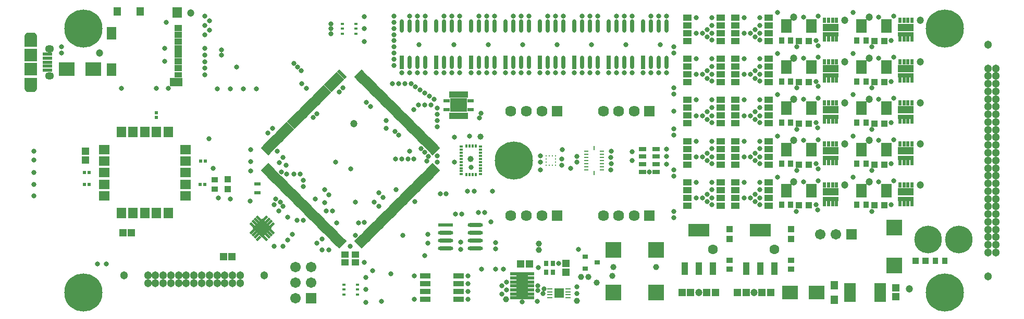
<source format=gbr>
%TF.GenerationSoftware,Altium Limited,Altium Designer,22.4.2 (48)*%
G04 Layer_Color=8388736*
%FSLAX45Y45*%
%MOMM*%
%TF.SameCoordinates,DD45EC1B-027E-4741-A071-7A00BA1CB46E*%
%TF.FilePolarity,Negative*%
%TF.FileFunction,Soldermask,Top*%
%TF.Part,Single*%
G01*
G75*
%TA.AperFunction,SMDPad,CuDef*%
%ADD18R,1.78000X2.16000*%
%ADD21R,0.80000X0.90000*%
G04:AMPARAMS|DCode=22|XSize=0.85mm|YSize=0.25mm|CornerRadius=0.125mm|HoleSize=0mm|Usage=FLASHONLY|Rotation=0.000|XOffset=0mm|YOffset=0mm|HoleType=Round|Shape=RoundedRectangle|*
%AMROUNDEDRECTD22*
21,1,0.85000,0.00000,0,0,0.0*
21,1,0.60000,0.25000,0,0,0.0*
1,1,0.25000,0.30000,0.00000*
1,1,0.25000,-0.30000,0.00000*
1,1,0.25000,-0.30000,0.00000*
1,1,0.25000,0.30000,0.00000*
%
%ADD22ROUNDEDRECTD22*%
%ADD23R,1.50000X1.60000*%
G04:AMPARAMS|DCode=28|XSize=2.46916mm|YSize=0.62213mm|CornerRadius=0.31107mm|HoleSize=0mm|Usage=FLASHONLY|Rotation=0.000|XOffset=0mm|YOffset=0mm|HoleType=Round|Shape=RoundedRectangle|*
%AMROUNDEDRECTD28*
21,1,2.46916,0.00000,0,0,0.0*
21,1,1.84702,0.62213,0,0,0.0*
1,1,0.62213,0.92351,0.00000*
1,1,0.62213,-0.92351,0.00000*
1,1,0.62213,-0.92351,0.00000*
1,1,0.62213,0.92351,0.00000*
%
%ADD28ROUNDEDRECTD28*%
%ADD29R,2.46916X0.62213*%
%ADD31R,1.10000X0.60000*%
%ADD34R,0.51535X0.47247*%
%ADD35R,0.60000X0.40000*%
%ADD37R,0.47247X0.51535*%
%ADD40R,2.50000X2.30000*%
%ADD45R,0.90000X0.80000*%
%ADD46R,2.50000X2.50000*%
%ADD48R,1.95580X3.14960*%
%ADD54R,1.50000X1.80000*%
%ADD55R,1.80000X1.50000*%
%ADD57R,1.20000X1.00000*%
%ADD58R,0.67500X0.25000*%
%ADD59R,0.25000X0.67500*%
%ADD63R,0.25000X0.27500*%
%ADD64R,0.27500X0.25000*%
%TA.AperFunction,ViaPad*%
%ADD89C,0.50000*%
%TA.AperFunction,SMDPad,CuDef*%
%ADD97R,0.90320X1.10320*%
%ADD99R,1.30320X1.25320*%
%ADD100R,1.10320X0.90320*%
%ADD102R,1.25320X1.30320*%
%TA.AperFunction,ComponentPad*%
%ADD104R,1.70320X1.70320*%
%ADD105C,4.50320*%
%ADD106C,1.30320*%
%ADD107C,1.79320*%
%ADD108R,1.79320X1.79320*%
%ADD109C,1.70320*%
%ADD110O,1.45320X1.25320*%
%ADD111O,2.10320X1.40320*%
%ADD112R,1.70320X1.70320*%
%TA.AperFunction,ViaPad*%
%ADD113C,0.80320*%
%ADD114C,1.20320*%
%ADD115C,1.00320*%
%ADD116C,6.20320*%
%ADD117C,1.60320*%
%TA.AperFunction,NonConductor*%
%ADD130R,0.52497X0.40000*%
%ADD131R,0.52497X0.40005*%
%ADD132R,0.52502X0.40000*%
%ADD133R,0.52502X0.40005*%
%ADD134R,0.29997X0.52497*%
%ADD135R,0.30002X0.52497*%
%ADD136R,0.30002X0.52502*%
%ADD137R,0.29997X0.52502*%
%TA.AperFunction,SMDPad,CuDef*%
%ADD138R,1.72820X0.85320*%
%ADD139R,2.65320X2.55320*%
%ADD140R,1.85320X4.45320*%
%ADD141R,1.05320X0.55320*%
G04:AMPARAMS|DCode=142|XSize=0.5032mm|YSize=1.7032mm|CornerRadius=0mm|HoleSize=0mm|Usage=FLASHONLY|Rotation=315.000|XOffset=0mm|YOffset=0mm|HoleType=Round|Shape=Rectangle|*
%AMROTATEDRECTD142*
4,1,4,-0.78008,-0.42426,0.42426,0.78008,0.78008,0.42426,-0.42426,-0.78008,-0.78008,-0.42426,0.0*
%
%ADD142ROTATEDRECTD142*%

%ADD143R,1.30320X0.80320*%
%ADD144R,1.00320X1.00320*%
%ADD145R,1.10320X2.05320*%
%ADD146R,3.40320X2.05320*%
%ADD147R,1.00320X1.00320*%
%ADD148O,0.70320X2.20320*%
%ADD149R,0.70320X2.20320*%
%ADD150R,1.20320X1.35320*%
%ADD151R,1.34320X1.11320*%
%ADD152R,0.60960X0.88900*%
%ADD153R,2.64160X0.76200*%
%ADD154R,2.64160X1.24460*%
%TA.AperFunction,ConnectorPad*%
%ADD155R,1.55320X0.60320*%
%TA.AperFunction,SMDPad,CuDef*%
G04:AMPARAMS|DCode=156|XSize=0.5032mm|YSize=1.7032mm|CornerRadius=0mm|HoleSize=0mm|Usage=FLASHONLY|Rotation=45.000|XOffset=0mm|YOffset=0mm|HoleType=Round|Shape=Rectangle|*
%AMROTATEDRECTD156*
4,1,4,0.42426,-0.78008,-0.78008,0.42426,-0.42426,0.78008,0.78008,-0.42426,0.42426,-0.78008,0.0*
%
%ADD156ROTATEDRECTD156*%

%ADD157R,1.05320X0.48320*%
%ADD158R,0.48320X1.05320*%
%ADD159R,2.75320X2.25320*%
%TA.AperFunction,ConnectorPad*%
%ADD160R,1.55320X2.10320*%
%ADD161R,1.20320X1.40320*%
%ADD162R,1.55320X1.75320*%
%ADD163R,1.30320X1.05320*%
%ADD164R,1.30320X0.95320*%
%ADD165R,2.00320X1.37320*%
%ADD166R,2.10320X2.00320*%
%TA.AperFunction,SMDPad,CuDef*%
%ADD167P,3.11580X4X180.0*%
G04:AMPARAMS|DCode=168|XSize=0.8532mm|YSize=0.4532mm|CornerRadius=0mm|HoleSize=0mm|Usage=FLASHONLY|Rotation=135.000|XOffset=0mm|YOffset=0mm|HoleType=Round|Shape=Rectangle|*
%AMROTATEDRECTD168*
4,1,4,0.46188,-0.14142,0.14142,-0.46188,-0.46188,0.14142,-0.14142,0.46188,0.46188,-0.14142,0.0*
%
%ADD168ROTATEDRECTD168*%

G04:AMPARAMS|DCode=169|XSize=0.8532mm|YSize=0.4532mm|CornerRadius=0mm|HoleSize=0mm|Usage=FLASHONLY|Rotation=45.000|XOffset=0mm|YOffset=0mm|HoleType=Round|Shape=Rectangle|*
%AMROTATEDRECTD169*
4,1,4,-0.14142,-0.46188,-0.46188,-0.14142,0.14142,0.46188,0.46188,0.14142,-0.14142,-0.46188,0.0*
%
%ADD169ROTATEDRECTD169*%

%TA.AperFunction,Conductor*%
%ADD170R,2.10317X1.77820*%
D18*
X14647501Y5690000D02*
D03*
X13422499Y5690002D02*
D03*
X14647502Y5020002D02*
D03*
X13422501D02*
D03*
X14647499Y4350002D02*
D03*
X13422501D02*
D03*
X13422499Y3680002D02*
D03*
X14647501Y3010002D02*
D03*
X13422501D02*
D03*
X14647501Y3680002D02*
D03*
X13827498Y3010002D02*
D03*
X15052499Y5690000D02*
D03*
X13827499Y4350002D02*
D03*
X13827502Y3680002D02*
D03*
X13827498Y5020002D02*
D03*
X13827502Y5690002D02*
D03*
X15052498Y3680002D02*
D03*
X15052502Y4350002D02*
D03*
X15052499Y3010002D02*
D03*
X15052499Y5020002D02*
D03*
D21*
X9630002Y1680001D02*
D03*
Y1820001D02*
D03*
X9520002D02*
D03*
Y1680001D02*
D03*
D22*
X9585002Y1410001D02*
D03*
Y1360001D02*
D03*
Y1310001D02*
D03*
Y1260001D02*
D03*
X9875002D02*
D03*
Y1310001D02*
D03*
Y1360001D02*
D03*
Y1410001D02*
D03*
D23*
X9730002Y1335001D02*
D03*
D28*
X8371360Y2450500D02*
D03*
Y2323500D02*
D03*
Y2196500D02*
D03*
Y2069500D02*
D03*
X7888640D02*
D03*
Y2196500D02*
D03*
Y2323500D02*
D03*
D29*
Y2450500D02*
D03*
D31*
X4830001Y3115002D02*
D03*
Y2974997D02*
D03*
D34*
X2022144Y3110000D02*
D03*
X2097856D02*
D03*
X3977856D02*
D03*
X3902144D02*
D03*
X2097856Y3300000D02*
D03*
X2022144D02*
D03*
X3905000Y3490000D02*
D03*
X3980713D02*
D03*
D35*
X6235000Y1315000D02*
D03*
Y1395000D02*
D03*
Y1475000D02*
D03*
X6455000D02*
D03*
Y1395000D02*
D03*
Y1315000D02*
D03*
X6210000Y5565000D02*
D03*
Y5645000D02*
D03*
X6210000Y5725000D02*
D03*
X6430000D02*
D03*
Y5645000D02*
D03*
Y5565000D02*
D03*
D37*
X3190000Y4202143D02*
D03*
Y4277856D02*
D03*
D40*
X13485001Y1350000D02*
D03*
X13914998D02*
D03*
X1730000Y4990000D02*
D03*
X2160000D02*
D03*
D45*
X10154998Y1930001D02*
D03*
Y1739999D02*
D03*
X10355003Y1835000D02*
D03*
D46*
X11310001Y1345001D02*
D03*
X11310001Y2044999D02*
D03*
X10610002Y1345001D02*
D03*
Y2044999D02*
D03*
D48*
X14454892Y1349999D02*
D03*
X14945113D02*
D03*
D54*
X2620000Y2639999D02*
D03*
X2810002D02*
D03*
X2999999D02*
D03*
X3190001D02*
D03*
X3379998D02*
D03*
Y3960001D02*
D03*
X3190001D02*
D03*
X2999999D02*
D03*
X2810002D02*
D03*
X2620000D02*
D03*
D55*
X3659998Y2919998D02*
D03*
Y3110001D02*
D03*
Y3299998D02*
D03*
Y3490000D02*
D03*
Y3680002D02*
D03*
X2340000D02*
D03*
Y3490000D02*
D03*
Y3299998D02*
D03*
Y3110001D02*
D03*
Y2919998D02*
D03*
D57*
X6255002Y1835001D02*
D03*
X6424999D02*
D03*
Y1964998D02*
D03*
X6255002D02*
D03*
D58*
X10426251Y3650000D02*
D03*
Y3600002D02*
D03*
Y3550000D02*
D03*
Y3500002D02*
D03*
Y3450000D02*
D03*
Y3400003D02*
D03*
Y3350000D02*
D03*
X10173750D02*
D03*
Y3400003D02*
D03*
Y3450000D02*
D03*
Y3500002D02*
D03*
Y3550000D02*
D03*
Y3600002D02*
D03*
Y3650000D02*
D03*
D59*
X10299998Y3298748D02*
D03*
Y3701252D02*
D03*
D63*
X9575000Y3576249D02*
D03*
X9624998D02*
D03*
Y3423748D02*
D03*
X9575000D02*
D03*
D64*
X9676250Y3575000D02*
D03*
Y3525002D02*
D03*
Y3475000D02*
D03*
Y3425003D02*
D03*
X9523748D02*
D03*
Y3475000D02*
D03*
Y3525002D02*
D03*
Y3575000D02*
D03*
D89*
X9680002Y1385001D02*
D03*
X9780002D02*
D03*
X9680002Y1285001D02*
D03*
X9780002D02*
D03*
D97*
X14570000Y5455000D02*
D03*
X13344998Y5455001D02*
D03*
X14569998Y4785001D02*
D03*
X13345004D02*
D03*
X14569998Y4115001D02*
D03*
X13344998D02*
D03*
Y3445001D02*
D03*
X14569998Y2775001D02*
D03*
X13345004D02*
D03*
X16000002Y1865000D02*
D03*
X14570003Y3445001D02*
D03*
X15849998Y1865000D02*
D03*
X13495001Y2775001D02*
D03*
X14720000Y5455000D02*
D03*
X13494997Y4115001D02*
D03*
X13495001Y3445001D02*
D03*
Y4785001D02*
D03*
Y5455001D02*
D03*
X14720001Y3445001D02*
D03*
Y4115001D02*
D03*
X14719995Y2775001D02*
D03*
X14720001Y4785001D02*
D03*
D99*
X9845002Y1820001D02*
D03*
Y1680001D02*
D03*
X2035000Y3510000D02*
D03*
Y3650000D02*
D03*
X15200002Y1419998D02*
D03*
Y1279999D02*
D03*
D100*
X4135000Y3185000D02*
D03*
Y3035000D02*
D03*
X13499998Y1875001D02*
D03*
Y1724999D02*
D03*
X12500000Y1875001D02*
D03*
Y1724999D02*
D03*
D102*
X9110002Y1815001D02*
D03*
X9250002D02*
D03*
X2785000Y2320000D02*
D03*
X2645000D02*
D03*
X4280000Y1935000D02*
D03*
X4420000D02*
D03*
X11730002Y1350000D02*
D03*
X12630002Y1349999D02*
D03*
X13169998Y1349999D02*
D03*
X13029999D02*
D03*
X11870001Y1350000D02*
D03*
X12269998Y1349999D02*
D03*
X12129999D02*
D03*
X12770001Y1349999D02*
D03*
D104*
X14480000Y2300000D02*
D03*
D105*
X15724995Y2210000D02*
D03*
X16225000Y2210000D02*
D03*
D106*
X16700000Y4875000D02*
D03*
X16825000D02*
D03*
X16700000Y4625000D02*
D03*
X16825000D02*
D03*
X16700000Y4375000D02*
D03*
X16825000D02*
D03*
X16700000Y4125000D02*
D03*
X16825000D02*
D03*
X16700000Y3875000D02*
D03*
X16825000D02*
D03*
X16700000Y3625000D02*
D03*
X16825000D02*
D03*
X16700000Y3375000D02*
D03*
X16825000D02*
D03*
X16700000Y3125000D02*
D03*
X16825000D02*
D03*
X16700000Y2875000D02*
D03*
X16825000D02*
D03*
X16700000Y2625000D02*
D03*
X16825000D02*
D03*
X2660000Y1625000D02*
D03*
X4940001Y1625000D02*
D03*
X3050001Y1500001D02*
D03*
X3175000D02*
D03*
X3299998D02*
D03*
X3425002D02*
D03*
X3550001D02*
D03*
X3674999D02*
D03*
X3800003D02*
D03*
X3925001D02*
D03*
X4050000D02*
D03*
X4174998D02*
D03*
X4300002D02*
D03*
X4425000D02*
D03*
X4549998D02*
D03*
X3050002Y1625000D02*
D03*
X3175000D02*
D03*
X3299998D02*
D03*
X3425002D02*
D03*
X3550000D02*
D03*
X3674999D02*
D03*
X3800003D02*
D03*
X3925001D02*
D03*
X4050000D02*
D03*
X4174998D02*
D03*
X4300002D02*
D03*
X4425000D02*
D03*
X4549999D02*
D03*
X16700000Y2500000D02*
D03*
X16825000Y2375000D02*
D03*
Y2500000D02*
D03*
X16700000Y2250000D02*
D03*
X16825000D02*
D03*
X16700000Y2125000D02*
D03*
X16825000D02*
D03*
X16700000Y2375000D02*
D03*
Y2000000D02*
D03*
X16825000D02*
D03*
X16700000Y1610000D02*
D03*
Y5390000D02*
D03*
X16825000Y2750000D02*
D03*
Y3000000D02*
D03*
Y3250000D02*
D03*
Y3500000D02*
D03*
Y3750000D02*
D03*
Y4000000D02*
D03*
Y4250000D02*
D03*
Y4500000D02*
D03*
Y4750000D02*
D03*
Y5000000D02*
D03*
X16700000Y2750000D02*
D03*
Y3000000D02*
D03*
Y3250000D02*
D03*
Y3500000D02*
D03*
Y3750000D02*
D03*
Y4000000D02*
D03*
Y4250000D02*
D03*
Y4500000D02*
D03*
Y4750000D02*
D03*
Y5000000D02*
D03*
D107*
X8949998Y4299999D02*
D03*
X9200000D02*
D03*
X9450002D02*
D03*
X10949999Y2600001D02*
D03*
X10699997D02*
D03*
X10450000D02*
D03*
X10950002Y4300002D02*
D03*
X10700000D02*
D03*
X10449998D02*
D03*
X8949998Y2599999D02*
D03*
X9200000D02*
D03*
X9450002D02*
D03*
D108*
X9699999Y4299999D02*
D03*
X11200001Y2600001D02*
D03*
X11199999Y4300001D02*
D03*
X9699999Y2599999D02*
D03*
D109*
X13972000Y2300000D02*
D03*
X14225999D02*
D03*
X5451000Y1251000D02*
D03*
X5705000Y1505000D02*
D03*
X5451000D02*
D03*
X5705000Y1759000D02*
D03*
X5451000D02*
D03*
D110*
X1450000Y5322500D02*
D03*
Y4877497D02*
D03*
D111*
X1150001Y4682502D02*
D03*
X1150001Y5517501D02*
D03*
D112*
X5705000Y1251000D02*
D03*
D113*
X7380000Y1240491D02*
D03*
Y1621491D02*
D03*
X5990000Y2940000D02*
D03*
X5925858Y2810000D02*
D03*
X10050000Y2050000D02*
D03*
X10020000Y1440000D02*
D03*
Y1330000D02*
D03*
X9727502Y1822502D02*
D03*
X8620000Y2500000D02*
D03*
X8700000Y2160000D02*
D03*
Y2060000D02*
D03*
X9135002Y1199050D02*
D03*
X9380002Y1205001D02*
D03*
X9385002Y1460001D02*
D03*
Y1380001D02*
D03*
X9395000Y1755000D02*
D03*
X9470002Y1330001D02*
D03*
X9485002Y1410001D02*
D03*
X8800002Y1325001D02*
D03*
X8880002Y1390002D02*
D03*
X8800002Y1455001D02*
D03*
X8880002Y1520002D02*
D03*
X8700000Y1725000D02*
D03*
X8825000D02*
D03*
X7600000Y2150000D02*
D03*
Y2300000D02*
D03*
X7195000Y2278661D02*
D03*
X6700000Y1700000D02*
D03*
X5880000Y2040000D02*
D03*
X5990000D02*
D03*
X6118446Y2485000D02*
D03*
X5800000Y2150000D02*
D03*
X5880000Y2220000D02*
D03*
X8130000Y2050000D02*
D03*
Y2170000D02*
D03*
X5475000Y2525000D02*
D03*
X5575000D02*
D03*
X8050000Y2625000D02*
D03*
X6050000Y2675000D02*
D03*
X8650000Y3000000D02*
D03*
X5950000Y2675000D02*
D03*
X5770000Y2870000D02*
D03*
X4050000Y5775000D02*
D03*
X3975000Y5700000D02*
D03*
X4050000Y5625000D02*
D03*
X7300000Y3650000D02*
D03*
X9920000Y3370000D02*
D03*
X11475000Y3687501D02*
D03*
Y3562498D02*
D03*
Y3437499D02*
D03*
X10580000Y3450000D02*
D03*
X10920000Y3500000D02*
D03*
Y3640000D02*
D03*
X10020000Y3570000D02*
D03*
Y3470000D02*
D03*
X3350000Y5750000D02*
D03*
X9425000Y3350000D02*
D03*
X8150000Y2625000D02*
D03*
X2235000Y1815000D02*
D03*
X2375000D02*
D03*
X7550000Y1950000D02*
D03*
X6925000Y4025000D02*
D03*
Y4150000D02*
D03*
X5575000Y3075000D02*
D03*
Y3175000D02*
D03*
X7000000Y1650000D02*
D03*
X6850000Y1200000D02*
D03*
X7375000Y4325000D02*
D03*
X7450000Y4400000D02*
D03*
X7550000D02*
D03*
X7650000D02*
D03*
X4495000Y5025000D02*
D03*
X4180000Y4670000D02*
D03*
X4390000D02*
D03*
X4600000D02*
D03*
X4810000D02*
D03*
X11595000Y3915000D02*
D03*
X12209999Y5570000D02*
D03*
X5925000Y3025000D02*
D03*
X4715000Y2840000D02*
D03*
X4390000Y2875000D02*
D03*
X4200000Y2890000D02*
D03*
X4110000Y3370000D02*
D03*
X4045000Y3850000D02*
D03*
X5125000Y2875000D02*
D03*
X5220000Y3315000D02*
D03*
X5000000Y3950000D02*
D03*
X5075000Y4025000D02*
D03*
X5300000Y3425000D02*
D03*
X5190000Y3465000D02*
D03*
X5525000Y3275000D02*
D03*
X5425000D02*
D03*
X6800000Y2975000D02*
D03*
X6875000Y2900000D02*
D03*
X7390000Y2830000D02*
D03*
X7085000Y3020000D02*
D03*
X5625000Y4675000D02*
D03*
X5550000Y4750000D02*
D03*
X11600000Y4300001D02*
D03*
X8245000Y3000000D02*
D03*
X8350000D02*
D03*
X8425000Y2650000D02*
D03*
X8525000D02*
D03*
X6570000Y2487300D02*
D03*
X6475000Y2485000D02*
D03*
X6420000Y2275000D02*
D03*
X7750000Y4150000D02*
D03*
Y4050000D02*
D03*
Y4250000D02*
D03*
X7900000Y2955000D02*
D03*
X7800000D02*
D03*
X12839998Y2890000D02*
D03*
X11600000Y3245000D02*
D03*
X7175000Y3525000D02*
D03*
X7075000D02*
D03*
X7275000D02*
D03*
X7375000D02*
D03*
X8475000Y1725000D02*
D03*
X15170000Y3170000D02*
D03*
X7992997Y4930001D02*
D03*
X7865997D02*
D03*
X8119997D02*
D03*
X7475000Y4650000D02*
D03*
X7225000Y4750000D02*
D03*
X7125000D02*
D03*
X7178998Y4930001D02*
D03*
X11960059Y5154931D02*
D03*
X12209999Y5155000D02*
D03*
X11959999Y5825000D02*
D03*
X12209999D02*
D03*
Y5700000D02*
D03*
X6800000Y2750000D02*
D03*
X7750000Y3575000D02*
D03*
Y3475000D02*
D03*
X12209999Y3145000D02*
D03*
Y3020000D02*
D03*
X7700000Y4500000D02*
D03*
X7625000Y4550000D02*
D03*
X7550000Y4600000D02*
D03*
X7400000Y4700000D02*
D03*
X7325000Y4750000D02*
D03*
X7750000Y4350000D02*
D03*
X7025000Y4750000D02*
D03*
X7050000Y5050000D02*
D03*
Y5150000D02*
D03*
X7460000Y5385000D02*
D03*
X9140000D02*
D03*
X7050000Y5250000D02*
D03*
X11600000Y4585000D02*
D03*
X7050000Y5350000D02*
D03*
Y5450000D02*
D03*
X11098997Y4930001D02*
D03*
X7050000Y5550000D02*
D03*
Y5650000D02*
D03*
Y5750000D02*
D03*
X1200000Y3510000D02*
D03*
X7559998Y5854998D02*
D03*
X7305998D02*
D03*
X8030000Y3880000D02*
D03*
X8035000Y3470000D02*
D03*
X8985997Y5854998D02*
D03*
X7050000Y5850000D02*
D03*
X12989998Y5570000D02*
D03*
X12989999Y5460000D02*
D03*
X12739998Y5825000D02*
D03*
X11600000Y3345000D02*
D03*
X12989998Y3145000D02*
D03*
X6025000Y5565000D02*
D03*
Y5645000D02*
D03*
Y5725000D02*
D03*
X5545000Y4960000D02*
D03*
X5485000Y5020000D02*
D03*
X5425000Y5080000D02*
D03*
X7865997Y5854998D02*
D03*
X11225997D02*
D03*
X7992997D02*
D03*
X11352997D02*
D03*
Y4930001D02*
D03*
X9545997Y5854998D02*
D03*
X10919997D02*
D03*
X10105997D02*
D03*
X10665997D02*
D03*
X11595000Y2570000D02*
D03*
Y2670000D02*
D03*
Y4015000D02*
D03*
X11600000Y4685000D02*
D03*
X13935001Y2690000D02*
D03*
X13939999Y3365000D02*
D03*
X13935001Y4035000D02*
D03*
X13939999Y4705000D02*
D03*
X11600000Y5250000D02*
D03*
Y5350000D02*
D03*
X14510001Y5240000D02*
D03*
X13939999Y5370000D02*
D03*
X7124491Y3913275D02*
D03*
X7610000Y3570000D02*
D03*
X7550000Y3630000D02*
D03*
X7580000Y3490000D02*
D03*
X8460000Y4270000D02*
D03*
X7490000Y3690000D02*
D03*
X8440000Y4190000D02*
D03*
X5400000Y2300000D02*
D03*
X10575000Y3350000D02*
D03*
Y3550000D02*
D03*
X10580000Y3650000D02*
D03*
X9780000Y3675000D02*
D03*
X9425000Y3575000D02*
D03*
X9775000Y3525000D02*
D03*
X9425000Y3475000D02*
D03*
X9775000Y3425000D02*
D03*
X8255000Y1621491D02*
D03*
Y1494491D02*
D03*
Y1240491D02*
D03*
Y1367491D02*
D03*
X1650000Y5250000D02*
D03*
X3975000Y5215000D02*
D03*
X4250000Y5220000D02*
D03*
Y5305000D02*
D03*
X6725000Y2825000D02*
D03*
X8300000Y3390000D02*
D03*
X8274998Y3900000D02*
D03*
X3325000Y5111249D02*
D03*
Y5331249D02*
D03*
X3975000Y4896248D02*
D03*
Y5105000D02*
D03*
Y5330000D02*
D03*
Y5550000D02*
D03*
Y5001252D02*
D03*
Y5850000D02*
D03*
X5305000Y3280000D02*
D03*
X5325000Y2575000D02*
D03*
Y2200000D02*
D03*
X5250000Y2100000D02*
D03*
X5100000D02*
D03*
X5250000Y2750000D02*
D03*
X5200000Y2825000D02*
D03*
X5175000Y2675000D02*
D03*
X5100000Y2775000D02*
D03*
X6425000Y2825000D02*
D03*
X4725000Y3325000D02*
D03*
Y3480000D02*
D03*
Y3675000D02*
D03*
X3379998Y4675000D02*
D03*
X3190000D02*
D03*
X2620000D02*
D03*
X1200000Y3650000D02*
D03*
Y3300000D02*
D03*
Y3110000D02*
D03*
Y2925000D02*
D03*
X6600000Y4450000D02*
D03*
X6345000Y3360000D02*
D03*
X6100000Y3475000D02*
D03*
X5250000Y3550000D02*
D03*
X5155000Y3650000D02*
D03*
X6160000Y4620000D02*
D03*
X5740000Y4200000D02*
D03*
X6669950Y4380000D02*
D03*
X5800000Y4260000D02*
D03*
X6220000Y4680000D02*
D03*
X7065000Y3975000D02*
D03*
X14924805Y5835195D02*
D03*
X12989998Y5700000D02*
D03*
X15170000Y5850000D02*
D03*
X15130000Y5455000D02*
D03*
X12989998Y5825000D02*
D03*
X14510001Y5910000D02*
D03*
X14814999Y5350000D02*
D03*
X13700000Y5835000D02*
D03*
X13945000Y5850000D02*
D03*
X12210000Y5460000D02*
D03*
X13905000Y5455000D02*
D03*
X13285001Y5910000D02*
D03*
X13590096Y5350394D02*
D03*
X14925000Y5165000D02*
D03*
X12989998Y5030000D02*
D03*
X15170000Y5180000D02*
D03*
X12989999Y4790000D02*
D03*
X15130000Y4785000D02*
D03*
X12989998Y5155000D02*
D03*
Y4900000D02*
D03*
X14814999Y4680000D02*
D03*
X13700000Y5165000D02*
D03*
X12209999Y5030000D02*
D03*
X13945000Y5180000D02*
D03*
X12210000Y4790000D02*
D03*
X13905000Y4785000D02*
D03*
X13285001Y5240000D02*
D03*
X12209999Y4900000D02*
D03*
X13590096Y4680394D02*
D03*
X14925000Y4495000D02*
D03*
X12989998Y4360000D02*
D03*
X15170000Y4510000D02*
D03*
X12989999Y4120000D02*
D03*
X15130000Y4115000D02*
D03*
X12989998Y4485000D02*
D03*
X14510001Y4570000D02*
D03*
X12989998Y4230000D02*
D03*
X14814999Y4010000D02*
D03*
X13700000Y4495000D02*
D03*
X12209999Y4360000D02*
D03*
X13945000Y4510000D02*
D03*
X12210000Y4120000D02*
D03*
X13905000Y4115000D02*
D03*
X12209999Y4485000D02*
D03*
X13285001Y4570000D02*
D03*
X12209999Y4230000D02*
D03*
X13590096Y4010394D02*
D03*
X14925000Y3825000D02*
D03*
X12989998Y3690000D02*
D03*
X15170000Y3840000D02*
D03*
X12989999Y3450000D02*
D03*
X15130000Y3445000D02*
D03*
X12989998Y3815000D02*
D03*
X14510001Y3900000D02*
D03*
X12989998Y3560000D02*
D03*
X14814999Y3340000D02*
D03*
X13700000Y3825000D02*
D03*
X12209999Y3690000D02*
D03*
X13945000Y3840000D02*
D03*
X12210000Y3450000D02*
D03*
X13905000Y3445000D02*
D03*
X12209999Y3815000D02*
D03*
X13285001Y3900000D02*
D03*
X12209999Y3560000D02*
D03*
X13589999Y3340000D02*
D03*
X6590000Y1395000D02*
D03*
X6590000Y1190000D02*
D03*
X6590000Y1595000D02*
D03*
X6565000Y5844999D02*
D03*
Y5645000D02*
D03*
Y5440000D02*
D03*
Y1835001D02*
D03*
X6340000Y2100000D02*
D03*
X11479997Y4930001D02*
D03*
X8858997D02*
D03*
X8985997D02*
D03*
X8425997D02*
D03*
X8552997D02*
D03*
X8679997D02*
D03*
X10538997D02*
D03*
X9112997Y5854998D02*
D03*
X10232997D02*
D03*
X10359997D02*
D03*
X8679997D02*
D03*
X11225997Y4930001D02*
D03*
X11479997Y5854998D02*
D03*
X11379999Y5385000D02*
D03*
X10665997Y4930001D02*
D03*
X10919997D02*
D03*
X10792997Y5854998D02*
D03*
X10819999Y5385000D02*
D03*
X10792997Y4930001D02*
D03*
X10105997D02*
D03*
X10359997D02*
D03*
X9978997D02*
D03*
X10260000Y5385000D02*
D03*
X10232997Y4930001D02*
D03*
X9545997D02*
D03*
X9799997D02*
D03*
X9672997Y5854998D02*
D03*
X9799997D02*
D03*
X9418997Y4930001D02*
D03*
X9700000Y5385000D02*
D03*
X9672997Y4930001D02*
D03*
X9239997D02*
D03*
Y5854998D02*
D03*
X9112997Y4930001D02*
D03*
X8552997Y5854998D02*
D03*
X8298997Y4930001D02*
D03*
X8580000Y5385000D02*
D03*
X8425997Y5854998D02*
D03*
X8119997D02*
D03*
X7738997Y4930001D02*
D03*
X8020000Y5385000D02*
D03*
X11200001Y3312501D02*
D03*
X7432998Y5854998D02*
D03*
X1650000Y5350000D02*
D03*
X14925000Y3155000D02*
D03*
X7432998Y4930001D02*
D03*
X7559998D02*
D03*
X7305998D02*
D03*
X13589925Y2670135D02*
D03*
X12739998Y3145000D02*
D03*
X12059999Y2890000D02*
D03*
X12209999D02*
D03*
X12210000Y2780000D02*
D03*
X11959999Y2890000D02*
D03*
X12135000Y2830000D02*
D03*
X11959999Y3145000D02*
D03*
X12134999Y2950000D02*
D03*
X12989998Y3020000D02*
D03*
Y2890000D02*
D03*
X12989999Y2780000D02*
D03*
X12739998Y2890000D02*
D03*
X12914999Y2830000D02*
D03*
X12914998Y2950000D02*
D03*
X12059999Y3560000D02*
D03*
X11959999D02*
D03*
X12135000Y3500000D02*
D03*
X11959999Y3815000D02*
D03*
X12134999Y3620000D02*
D03*
X12839998Y3560000D02*
D03*
X12739998D02*
D03*
X12914999Y3500000D02*
D03*
X12739998Y3815000D02*
D03*
X12914998Y3620000D02*
D03*
X12059999Y4230000D02*
D03*
X11959999D02*
D03*
X12135000Y4170000D02*
D03*
X11959999Y4485000D02*
D03*
X12134999Y4290000D02*
D03*
X12839998Y4230000D02*
D03*
X12739998D02*
D03*
X12914999Y4170000D02*
D03*
X12739998Y4485000D02*
D03*
X12914998Y4290000D02*
D03*
X12059999Y4900000D02*
D03*
X11959999D02*
D03*
X12135000Y4840000D02*
D03*
X12134999Y4960000D02*
D03*
X12839998Y4900000D02*
D03*
X12739998D02*
D03*
X12914999Y4840000D02*
D03*
X12739998Y5155000D02*
D03*
X12914998Y4960000D02*
D03*
X12059999Y5570000D02*
D03*
X11959999D02*
D03*
X12135000Y5510000D02*
D03*
X12134999Y5630000D02*
D03*
X12914999Y5510000D02*
D03*
X12914998Y5630000D02*
D03*
X12839998Y5570000D02*
D03*
X12739998D02*
D03*
X13285001Y3230000D02*
D03*
X13905000Y2775000D02*
D03*
X13945000Y3170000D02*
D03*
X13700000Y3155000D02*
D03*
X14814999Y2670000D02*
D03*
X14510001Y3230000D02*
D03*
X15130000Y2775000D02*
D03*
D114*
X14770000Y3155000D02*
D03*
X13544904Y3154606D02*
D03*
X13545000Y3825000D02*
D03*
X14770000D02*
D03*
X13545000Y4495000D02*
D03*
X14770000D02*
D03*
X13545000Y5165000D02*
D03*
X14770000D02*
D03*
X13545000Y5835000D02*
D03*
X14770000D02*
D03*
X6395000Y4100000D02*
D03*
X12900000Y1349999D02*
D03*
X11999999Y1350000D02*
D03*
X15420000Y1410000D02*
D03*
X15600000Y5780000D02*
D03*
X14375000D02*
D03*
X15600000Y5110000D02*
D03*
X14375000D02*
D03*
X15600000Y4440000D02*
D03*
X14375000D02*
D03*
X15600000Y3770000D02*
D03*
X14375000D02*
D03*
X3750000Y5900000D02*
D03*
X2265000Y5250000D02*
D03*
X14375000Y3100000D02*
D03*
X15600000D02*
D03*
D115*
X9400000Y2040000D02*
D03*
Y2140000D02*
D03*
X10210000Y1600000D02*
D03*
X10090000D02*
D03*
X10025002Y1210001D02*
D03*
X8870002Y1235001D02*
D03*
X10345000Y1510000D02*
D03*
X8455000Y3890000D02*
D03*
X10610000Y1765000D02*
D03*
X10600000Y1615000D02*
D03*
X11310000Y1760000D02*
D03*
X8290403Y3525002D02*
D03*
D116*
X16000000Y5650000D02*
D03*
X9000000Y3500000D02*
D03*
X16000000Y1350000D02*
D03*
X2000000Y5650000D02*
D03*
Y1350000D02*
D03*
D117*
X13230000Y2050000D02*
D03*
X12230000D02*
D03*
D130*
X8143751Y3725002D02*
D03*
Y3675000D02*
D03*
Y3625002D02*
D03*
Y3575000D02*
D03*
Y3525002D02*
D03*
Y3475000D02*
D03*
Y3425003D02*
D03*
Y3375000D02*
D03*
Y3275000D02*
D03*
D131*
Y3325000D02*
D03*
D132*
X8456249Y3725002D02*
D03*
Y3675000D02*
D03*
Y3625002D02*
D03*
Y3575000D02*
D03*
Y3525002D02*
D03*
Y3475000D02*
D03*
Y3425003D02*
D03*
Y3375000D02*
D03*
Y3275000D02*
D03*
D133*
Y3325000D02*
D03*
D134*
X8375000Y3731250D02*
D03*
X8275000D02*
D03*
D135*
X8325000D02*
D03*
X8225000D02*
D03*
D136*
Y3268749D02*
D03*
X8325000D02*
D03*
D137*
X8275000D02*
D03*
X8375000D02*
D03*
D138*
X7553800Y1240491D02*
D03*
Y1621491D02*
D03*
X8096200D02*
D03*
Y1494491D02*
D03*
Y1367491D02*
D03*
Y1240491D02*
D03*
X7553800Y1367491D02*
D03*
Y1494491D02*
D03*
D139*
X15174998Y2405000D02*
D03*
Y1785001D02*
D03*
D140*
X9135002Y1455001D02*
D03*
D141*
X8990002Y1260001D02*
D03*
Y1325001D02*
D03*
Y1390001D02*
D03*
Y1455001D02*
D03*
Y1520001D02*
D03*
Y1585001D02*
D03*
Y1650001D02*
D03*
X9280002D02*
D03*
Y1585001D02*
D03*
Y1520001D02*
D03*
Y1455001D02*
D03*
Y1390001D02*
D03*
Y1325001D02*
D03*
Y1260001D02*
D03*
D142*
X6482843Y4899999D02*
D03*
X6518197Y4864645D02*
D03*
X6553554Y4829288D02*
D03*
X6588907Y4793935D02*
D03*
X6624264Y4758578D02*
D03*
X6659618Y4723224D02*
D03*
X6694975Y4687867D02*
D03*
X6730328Y4652514D02*
D03*
X6765685Y4617157D02*
D03*
X6801039Y4581803D02*
D03*
X6836396Y4546446D02*
D03*
X6871749Y4511093D02*
D03*
X6907106Y4475736D02*
D03*
X6942460Y4440382D02*
D03*
X6977817Y4405025D02*
D03*
X7013170Y4369671D02*
D03*
X7048528Y4334314D02*
D03*
X7083881Y4298961D02*
D03*
X7119238Y4263604D02*
D03*
X7154591Y4228250D02*
D03*
X7189949Y4192893D02*
D03*
X7225302Y4157540D02*
D03*
X7260659Y4122183D02*
D03*
X7296013Y4086829D02*
D03*
X7331370Y4051472D02*
D03*
X7366723Y4016119D02*
D03*
X7402080Y3980762D02*
D03*
X7437434Y3945408D02*
D03*
X7472791Y3910051D02*
D03*
X7508144Y3874698D02*
D03*
X7543501Y3839341D02*
D03*
X7578855Y3803987D02*
D03*
X7614212Y3768630D02*
D03*
X7649565Y3733277D02*
D03*
X7684922Y3697920D02*
D03*
X7720276Y3662566D02*
D03*
X6199998Y2142288D02*
D03*
X6164644Y2177641D02*
D03*
X6129287Y2212998D02*
D03*
X6093933Y2248352D02*
D03*
X6058576Y2283709D02*
D03*
X6023223Y2319062D02*
D03*
X5987866Y2354419D02*
D03*
X5952512Y2389773D02*
D03*
X5917155Y2425130D02*
D03*
X5881802Y2460484D02*
D03*
X5846445Y2495841D02*
D03*
X5811091Y2531194D02*
D03*
X5775734Y2566551D02*
D03*
X5740381Y2601904D02*
D03*
X5705024Y2637262D02*
D03*
X5669670Y2672615D02*
D03*
X5634313Y2707972D02*
D03*
X5598960Y2743325D02*
D03*
X5563603Y2778682D02*
D03*
X5528249Y2814036D02*
D03*
X5492892Y2849393D02*
D03*
X5457538Y2884747D02*
D03*
X5422181Y2920104D02*
D03*
X5386828Y2955457D02*
D03*
X5351471Y2990814D02*
D03*
X5316117Y3026168D02*
D03*
X5280760Y3061525D02*
D03*
X5245407Y3096878D02*
D03*
X5210050Y3132235D02*
D03*
X5174696Y3167589D02*
D03*
X5139339Y3202946D02*
D03*
X5103986Y3238299D02*
D03*
X5068629Y3273656D02*
D03*
X5033275Y3309010D02*
D03*
X4997918Y3344367D02*
D03*
X4962565Y3379720D02*
D03*
D143*
X11090002Y3687501D02*
D03*
Y3562498D02*
D03*
Y3437499D02*
D03*
Y3312501D02*
D03*
X11310001D02*
D03*
Y3437499D02*
D03*
Y3562498D02*
D03*
Y3687501D02*
D03*
D144*
X4345000Y3190000D02*
D03*
Y3030000D02*
D03*
X12500001Y2380002D02*
D03*
Y2219997D02*
D03*
X13500002Y2380000D02*
D03*
Y2220000D02*
D03*
D145*
X12770000Y1740000D02*
D03*
X11770000D02*
D03*
X12000000D02*
D03*
X12230000D02*
D03*
X13000000D02*
D03*
X13230000D02*
D03*
D146*
X12000000Y2360000D02*
D03*
X13000000D02*
D03*
D147*
X14855000Y5442500D02*
D03*
X15014999D02*
D03*
X13790002Y5442502D02*
D03*
X13629997D02*
D03*
X15014996Y4772502D02*
D03*
X14854997D02*
D03*
X13790002D02*
D03*
X13630002D02*
D03*
X15015002Y4102502D02*
D03*
X14854997D02*
D03*
X13789996D02*
D03*
X13629997D02*
D03*
X15015002Y3432502D02*
D03*
X14855002D02*
D03*
X13790002D02*
D03*
X13629997D02*
D03*
X15525002Y1865001D02*
D03*
X15685001D02*
D03*
X13790002Y2769998D02*
D03*
X13630002D02*
D03*
X14854997Y2770003D02*
D03*
X15014996D02*
D03*
D148*
X8679997Y5694998D02*
D03*
X8552997D02*
D03*
X8425997D02*
D03*
X8298997D02*
D03*
X8679997Y5094999D02*
D03*
X8552997D02*
D03*
X8425997D02*
D03*
X9239997Y5694998D02*
D03*
X9112997D02*
D03*
X8985997D02*
D03*
X8858997D02*
D03*
X9239997Y5094999D02*
D03*
X9112997D02*
D03*
X8985997D02*
D03*
X8119997Y5694998D02*
D03*
X7992997D02*
D03*
X7865997D02*
D03*
X7738997D02*
D03*
X8119997Y5094999D02*
D03*
X7992997D02*
D03*
X7865997D02*
D03*
X7305998D02*
D03*
X7432998D02*
D03*
X7559998D02*
D03*
X7178998Y5694998D02*
D03*
X7305998D02*
D03*
X7432998D02*
D03*
X7559998D02*
D03*
X10359997D02*
D03*
X10232997D02*
D03*
X10105997D02*
D03*
X9978997D02*
D03*
X10359997Y5094999D02*
D03*
X10232997D02*
D03*
X10105997D02*
D03*
X11479997Y5694998D02*
D03*
X11352997D02*
D03*
X11225997D02*
D03*
X11098997D02*
D03*
X11479997Y5094999D02*
D03*
X11352997D02*
D03*
X11225997D02*
D03*
X9799997Y5694998D02*
D03*
X9672997D02*
D03*
X9545997D02*
D03*
X9418997D02*
D03*
X9799997Y5094999D02*
D03*
X9672997D02*
D03*
X9545997D02*
D03*
X10919997Y5694998D02*
D03*
X10792997D02*
D03*
X10665997D02*
D03*
X10538997D02*
D03*
X10919997Y5094999D02*
D03*
X10792997D02*
D03*
X10665997D02*
D03*
D149*
X8298997D02*
D03*
X8858997D02*
D03*
X7738997D02*
D03*
X7178998D02*
D03*
X9978997D02*
D03*
X11098997D02*
D03*
X9418997D02*
D03*
X10538997D02*
D03*
D150*
X14200002Y1232499D02*
D03*
Y1467499D02*
D03*
D151*
X12591996Y5825500D02*
D03*
Y5698500D02*
D03*
Y5571500D02*
D03*
Y5444500D02*
D03*
X13137996Y5825500D02*
D03*
Y5698500D02*
D03*
Y5571500D02*
D03*
Y5444500D02*
D03*
X11811997Y3145500D02*
D03*
Y3018500D02*
D03*
Y2891500D02*
D03*
Y2764500D02*
D03*
X12357997Y3145500D02*
D03*
Y3018500D02*
D03*
Y2891500D02*
D03*
Y2764500D02*
D03*
X12591996Y3145500D02*
D03*
Y3018500D02*
D03*
Y2891500D02*
D03*
Y2764500D02*
D03*
X13137996Y3145500D02*
D03*
Y3018500D02*
D03*
Y2891500D02*
D03*
Y2764500D02*
D03*
X11811997Y3815500D02*
D03*
Y3688500D02*
D03*
Y3561500D02*
D03*
Y3434500D02*
D03*
X12357997Y3815500D02*
D03*
Y3688500D02*
D03*
Y3561500D02*
D03*
Y3434500D02*
D03*
X12591996Y3815500D02*
D03*
Y3688500D02*
D03*
Y3561500D02*
D03*
Y3434500D02*
D03*
X13137996Y3815500D02*
D03*
Y3688500D02*
D03*
Y3561500D02*
D03*
Y3434500D02*
D03*
X11811997Y4485500D02*
D03*
Y4358500D02*
D03*
Y4231500D02*
D03*
Y4104500D02*
D03*
X12357997Y4485500D02*
D03*
Y4358500D02*
D03*
Y4231500D02*
D03*
Y4104500D02*
D03*
X12591996Y4485500D02*
D03*
Y4358500D02*
D03*
Y4231500D02*
D03*
Y4104500D02*
D03*
X13137996Y4485500D02*
D03*
Y4358500D02*
D03*
Y4231500D02*
D03*
Y4104500D02*
D03*
X11811997Y5155500D02*
D03*
Y5028500D02*
D03*
Y4901500D02*
D03*
Y4774500D02*
D03*
X12357997Y5155500D02*
D03*
Y5028500D02*
D03*
Y4901500D02*
D03*
Y4774500D02*
D03*
X12591996Y5155500D02*
D03*
Y5028500D02*
D03*
Y4901500D02*
D03*
Y4774500D02*
D03*
X13137996Y5155500D02*
D03*
Y5028500D02*
D03*
Y4901500D02*
D03*
Y4774500D02*
D03*
X11811997Y5825500D02*
D03*
Y5698500D02*
D03*
Y5571500D02*
D03*
Y5444500D02*
D03*
X12357997Y5825500D02*
D03*
Y5698500D02*
D03*
Y5571500D02*
D03*
Y5444500D02*
D03*
D152*
X14045003Y2797740D02*
D03*
X14110001D02*
D03*
X14174998D02*
D03*
X14239998D02*
D03*
Y3100000D02*
D03*
X14174998D02*
D03*
X14110001D02*
D03*
X14045003D02*
D03*
X15270004Y5780000D02*
D03*
X15335004D02*
D03*
X15400002D02*
D03*
X15464999D02*
D03*
Y5477740D02*
D03*
X15400002D02*
D03*
X15335004D02*
D03*
X15270004D02*
D03*
X14045007Y4440000D02*
D03*
X14110007D02*
D03*
X14175005D02*
D03*
X14240002D02*
D03*
Y4137740D02*
D03*
X14175005D02*
D03*
X14110007D02*
D03*
X14045007D02*
D03*
Y3770000D02*
D03*
X14110007D02*
D03*
X14175005D02*
D03*
X14240002D02*
D03*
Y3467740D02*
D03*
X14175005D02*
D03*
X14110007D02*
D03*
X14045007D02*
D03*
X14045003Y5110000D02*
D03*
X14110001D02*
D03*
X14174998D02*
D03*
X14239998D02*
D03*
Y4807740D02*
D03*
X14174998D02*
D03*
X14110001D02*
D03*
X14045003D02*
D03*
X14045007Y5780000D02*
D03*
X14110007D02*
D03*
X14175005D02*
D03*
X14240002D02*
D03*
Y5477740D02*
D03*
X14175005D02*
D03*
X14110007D02*
D03*
X14045007D02*
D03*
X15270003Y3770000D02*
D03*
X15335001D02*
D03*
X15399998D02*
D03*
X15464998D02*
D03*
Y3467740D02*
D03*
X15399998D02*
D03*
X15335001D02*
D03*
X15270003D02*
D03*
X15270007Y4440000D02*
D03*
X15335005D02*
D03*
X15400005D02*
D03*
X15465002D02*
D03*
Y4137740D02*
D03*
X15400005D02*
D03*
X15335005D02*
D03*
X15270007D02*
D03*
X15270003Y3100000D02*
D03*
X15335001D02*
D03*
X15399998D02*
D03*
X15464998D02*
D03*
Y2797740D02*
D03*
X15399998D02*
D03*
X15335001D02*
D03*
X15270003D02*
D03*
X15270007Y5110000D02*
D03*
X15335005D02*
D03*
X15400005D02*
D03*
X15465002D02*
D03*
Y4807740D02*
D03*
X15400005D02*
D03*
X15335005D02*
D03*
X15270007D02*
D03*
D153*
X14142502Y2873229D02*
D03*
X15367502Y5553230D02*
D03*
X14142502Y4213229D02*
D03*
Y3543229D02*
D03*
Y4883228D02*
D03*
Y5553228D02*
D03*
X15367502Y3543229D02*
D03*
Y4213229D02*
D03*
Y2873229D02*
D03*
Y4883228D02*
D03*
D154*
X14142502Y2988240D02*
D03*
X15367502Y5668240D02*
D03*
X14142502Y4328240D02*
D03*
Y3658240D02*
D03*
Y4998240D02*
D03*
Y5668240D02*
D03*
X15367502Y3658240D02*
D03*
Y4328240D02*
D03*
Y2988240D02*
D03*
Y4998240D02*
D03*
D155*
X1417498Y5229998D02*
D03*
Y5034998D02*
D03*
Y5100001D02*
D03*
Y4969999D02*
D03*
X1417499Y5165000D02*
D03*
D156*
X7720276Y3379724D02*
D03*
X7684922Y3344371D02*
D03*
X7649565Y3309013D02*
D03*
X7614212Y3273660D02*
D03*
X7578855Y3238303D02*
D03*
X7543501Y3202949D02*
D03*
X7508144Y3167592D02*
D03*
X7472791Y3132239D02*
D03*
X7437434Y3096882D02*
D03*
X7402080Y3061528D02*
D03*
X7366723Y3026171D02*
D03*
X7331370Y2990818D02*
D03*
X7296013Y2955461D02*
D03*
X7260659Y2920107D02*
D03*
X7225302Y2884750D02*
D03*
X7189949Y2849397D02*
D03*
X7154591Y2814040D02*
D03*
X7119238Y2778686D02*
D03*
X7083881Y2743329D02*
D03*
X7048527Y2707976D02*
D03*
X7013170Y2672619D02*
D03*
X6977817Y2637265D02*
D03*
X6942460Y2601908D02*
D03*
X6907106Y2566555D02*
D03*
X6871749Y2531198D02*
D03*
X6836396Y2495844D02*
D03*
X6801039Y2460487D02*
D03*
X6765685Y2425134D02*
D03*
X6730328Y2389777D02*
D03*
X6694975Y2354423D02*
D03*
X6659618Y2319066D02*
D03*
X6624264Y2283712D02*
D03*
X6588907Y2248355D02*
D03*
X6553554Y2213002D02*
D03*
X6518197Y2177645D02*
D03*
X6482843Y2142291D02*
D03*
X4962568Y3662566D02*
D03*
X4997922Y3697920D02*
D03*
X5033279Y3733277D02*
D03*
X5068632Y3768630D02*
D03*
X5103990Y3803987D02*
D03*
X5139343Y3839341D02*
D03*
X5174700Y3874698D02*
D03*
X5210054Y3910051D02*
D03*
X5245411Y3945408D02*
D03*
X5280764Y3980762D02*
D03*
X5316121Y4016119D02*
D03*
X5351474Y4051472D02*
D03*
X5386831Y4086829D02*
D03*
X5422185Y4122183D02*
D03*
X5457542Y4157540D02*
D03*
X5492895Y4192893D02*
D03*
X5528252Y4228250D02*
D03*
X5563606Y4263604D02*
D03*
X5598963Y4298961D02*
D03*
X5634317Y4334315D02*
D03*
X5669674Y4369672D02*
D03*
X5705027Y4405025D02*
D03*
X5740384Y4440382D02*
D03*
X5775738Y4475736D02*
D03*
X5811095Y4511093D02*
D03*
X5846448Y4546446D02*
D03*
X5881805Y4581803D02*
D03*
X5917159Y4617157D02*
D03*
X5952516Y4652514D02*
D03*
X5987869Y4687867D02*
D03*
X6023226Y4723224D02*
D03*
X6058580Y4758578D02*
D03*
X6093937Y4793935D02*
D03*
X6129291Y4829288D02*
D03*
X6164648Y4864645D02*
D03*
X6200001Y4899999D02*
D03*
D157*
X8297500Y4475000D02*
D03*
X7902500D02*
D03*
Y4324998D02*
D03*
X8297500D02*
D03*
D158*
X8224998Y4572501D02*
D03*
X8175001D02*
D03*
X8124998D02*
D03*
X8075001Y4572500D02*
D03*
X8024998Y4572501D02*
D03*
X7975002D02*
D03*
Y4227498D02*
D03*
X8024998D02*
D03*
X8075001Y4227497D02*
D03*
X8124998Y4227498D02*
D03*
X8175001D02*
D03*
X8224998D02*
D03*
D159*
X8100000Y4399999D02*
D03*
D160*
X2458748Y4977752D02*
D03*
Y5574748D02*
D03*
D161*
X2926250Y5924750D02*
D03*
X2556248D02*
D03*
D162*
X3528748Y5907250D02*
D03*
D163*
X3541250Y5661251D02*
D03*
Y5551248D02*
D03*
Y5441251D02*
D03*
X3541250Y5331249D02*
D03*
X3541250Y5221251D02*
D03*
Y5111249D02*
D03*
X3541250Y5001252D02*
D03*
D164*
Y4896248D02*
D03*
D165*
X3506249Y4775248D02*
D03*
D166*
X1150001Y5214997D02*
D03*
X1150001Y4985000D02*
D03*
D167*
X4904999Y2395000D02*
D03*
D168*
X4742363Y2451568D02*
D03*
X4777720Y2486925D02*
D03*
X4813073Y2522279D02*
D03*
X4848430Y2557636D02*
D03*
X5067635Y2338432D02*
D03*
X5032278Y2303075D02*
D03*
X4996924Y2267721D02*
D03*
X4961567Y2232364D02*
D03*
D169*
Y2557636D02*
D03*
X4996924Y2522279D02*
D03*
X5032278Y2486925D02*
D03*
X5067635Y2451568D02*
D03*
X4848430Y2232364D02*
D03*
X4813073Y2267721D02*
D03*
X4777720Y2303075D02*
D03*
X4742363Y2338432D02*
D03*
D170*
X1149985Y4761259D02*
D03*
X1150000Y5438772D02*
D03*
%TF.MD5,7d932a7128ca105b492577e5802303e8*%
M02*

</source>
